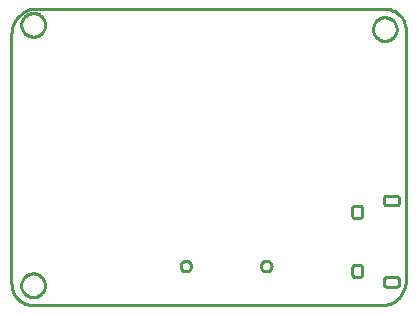
<source format=gbr>
G04 EAGLE Gerber RS-274X export*
G75*
%MOMM*%
%FSLAX34Y34*%
%LPD*%
%IN*%
%IPPOS*%
%AMOC8*
5,1,8,0,0,1.08239X$1,22.5*%
G01*
%ADD10C,0.254000*%


D10*
X73231Y437025D02*
X73289Y435441D01*
X73485Y433869D01*
X73817Y432320D01*
X74283Y430806D01*
X74879Y429338D01*
X75600Y427927D01*
X76442Y426585D01*
X77398Y425321D01*
X78460Y424146D01*
X79621Y423067D01*
X80871Y422094D01*
X82201Y421233D01*
X83601Y420492D01*
X85061Y419875D01*
X86569Y419388D01*
X88113Y419035D01*
X89682Y418817D01*
X91265Y418737D01*
X386921Y418737D01*
X388670Y418813D01*
X390405Y419042D01*
X392114Y419421D01*
X393784Y419947D01*
X395401Y420617D01*
X396954Y421425D01*
X398430Y422366D01*
X399819Y423431D01*
X401110Y424614D01*
X402292Y425905D01*
X403358Y427293D01*
X404298Y428770D01*
X405107Y430323D01*
X405777Y431940D01*
X406303Y433609D01*
X406682Y435318D01*
X406910Y437054D01*
X406987Y438803D01*
X406987Y651655D01*
X406907Y653237D01*
X406689Y654806D01*
X406335Y656351D01*
X405848Y657859D01*
X405232Y659318D01*
X404490Y660718D01*
X403630Y662049D01*
X402656Y663299D01*
X401578Y664459D01*
X400402Y665522D01*
X399138Y666477D01*
X397796Y667319D01*
X396386Y668041D01*
X394918Y668637D01*
X393404Y669103D01*
X391854Y669435D01*
X390282Y669631D01*
X388699Y669689D01*
X94821Y669689D01*
X92939Y669607D01*
X91072Y669361D01*
X89233Y668953D01*
X87437Y668387D01*
X85696Y667666D01*
X84026Y666796D01*
X82437Y665784D01*
X80943Y664638D01*
X79554Y663365D01*
X78282Y661977D01*
X77135Y660482D01*
X76123Y658894D01*
X75254Y657223D01*
X74533Y655483D01*
X73966Y653687D01*
X73559Y651848D01*
X73313Y649980D01*
X73231Y648099D01*
X73231Y437025D01*
X361749Y494558D02*
X361778Y494337D01*
X361826Y494118D01*
X361892Y493905D01*
X361977Y493698D01*
X362080Y493500D01*
X362199Y493311D01*
X362335Y493133D01*
X362485Y492968D01*
X362650Y492817D01*
X362827Y492680D01*
X363015Y492559D01*
X363213Y492456D01*
X363419Y492369D01*
X363632Y492302D01*
X363850Y492253D01*
X364071Y492223D01*
X364295Y492212D01*
X364518Y492222D01*
X367947Y492222D01*
X368146Y492230D01*
X368344Y492256D01*
X368539Y492299D01*
X368729Y492359D01*
X368913Y492436D01*
X369090Y492528D01*
X369258Y492635D01*
X369416Y492756D01*
X369563Y492891D01*
X369698Y493038D01*
X369820Y493196D01*
X369927Y493365D01*
X370019Y493541D01*
X370095Y493726D01*
X370155Y493916D01*
X370198Y494111D01*
X370224Y494308D01*
X370233Y494508D01*
X370233Y500654D01*
X370224Y500854D01*
X370198Y501051D01*
X370155Y501246D01*
X370095Y501436D01*
X370019Y501620D01*
X369927Y501797D01*
X369820Y501966D01*
X369698Y502124D01*
X369563Y502271D01*
X369416Y502406D01*
X369258Y502527D01*
X369090Y502634D01*
X368913Y502726D01*
X368729Y502802D01*
X368539Y502862D01*
X368344Y502906D01*
X368146Y502932D01*
X367947Y502940D01*
X364518Y502940D01*
X364299Y502954D01*
X364079Y502949D01*
X363861Y502924D01*
X363646Y502881D01*
X363436Y502819D01*
X363231Y502739D01*
X363035Y502641D01*
X362847Y502526D01*
X362671Y502396D01*
X362506Y502251D01*
X362355Y502092D01*
X362218Y501920D01*
X362096Y501738D01*
X361991Y501545D01*
X361904Y501344D01*
X361834Y501136D01*
X361782Y500922D01*
X361749Y500705D01*
X361749Y494558D01*
X361927Y444597D02*
X361936Y444397D01*
X361962Y444200D01*
X362005Y444005D01*
X362065Y443815D01*
X362141Y443630D01*
X362233Y443454D01*
X362341Y443285D01*
X362462Y443127D01*
X362597Y442980D01*
X362744Y442845D01*
X362902Y442724D01*
X363070Y442617D01*
X363247Y442525D01*
X363431Y442448D01*
X363621Y442388D01*
X363816Y442345D01*
X364014Y442319D01*
X364213Y442311D01*
X367642Y442311D01*
X367841Y442319D01*
X368039Y442345D01*
X368234Y442388D01*
X368424Y442448D01*
X368608Y442525D01*
X368785Y442617D01*
X368953Y442724D01*
X369112Y442845D01*
X369259Y442980D01*
X369393Y443127D01*
X369515Y443285D01*
X369622Y443454D01*
X369714Y443630D01*
X369790Y443815D01*
X369850Y444005D01*
X369893Y444200D01*
X369919Y444397D01*
X369928Y444597D01*
X369928Y450743D01*
X369919Y450943D01*
X369893Y451140D01*
X369850Y451335D01*
X369790Y451525D01*
X369714Y451709D01*
X369622Y451886D01*
X369515Y452055D01*
X369393Y452213D01*
X369259Y452360D01*
X369112Y452495D01*
X368953Y452616D01*
X368785Y452723D01*
X368608Y452815D01*
X368424Y452891D01*
X368234Y452951D01*
X368039Y452995D01*
X367841Y453021D01*
X367642Y453029D01*
X364213Y453029D01*
X364014Y453021D01*
X363816Y452995D01*
X363621Y452951D01*
X363431Y452891D01*
X363247Y452815D01*
X363070Y452723D01*
X362902Y452616D01*
X362744Y452495D01*
X362597Y452360D01*
X362462Y452213D01*
X362341Y452055D01*
X362233Y451886D01*
X362141Y451709D01*
X362065Y451525D01*
X362005Y451335D01*
X361962Y451140D01*
X361936Y450943D01*
X361927Y450743D01*
X361927Y444597D01*
X388445Y436646D02*
X388453Y436447D01*
X388479Y436249D01*
X388523Y436055D01*
X388583Y435865D01*
X388659Y435680D01*
X388751Y435503D01*
X388858Y435335D01*
X388980Y435177D01*
X389114Y435030D01*
X389261Y434895D01*
X389420Y434774D01*
X389588Y434667D01*
X389765Y434575D01*
X389949Y434498D01*
X390139Y434438D01*
X390334Y434395D01*
X390531Y434369D01*
X390731Y434360D01*
X399494Y434360D01*
X399693Y434369D01*
X399891Y434395D01*
X400085Y434438D01*
X400276Y434498D01*
X400460Y434575D01*
X400637Y434667D01*
X400805Y434774D01*
X400963Y434895D01*
X401110Y435030D01*
X401245Y435177D01*
X401366Y435335D01*
X401473Y435503D01*
X401566Y435680D01*
X401642Y435865D01*
X401702Y436055D01*
X401745Y436249D01*
X401771Y436447D01*
X401780Y436646D01*
X401780Y439694D01*
X401776Y439902D01*
X401755Y440108D01*
X401715Y440311D01*
X401658Y440510D01*
X401584Y440704D01*
X401493Y440890D01*
X401387Y441068D01*
X401265Y441236D01*
X401129Y441392D01*
X400980Y441536D01*
X400819Y441667D01*
X400647Y441783D01*
X400466Y441883D01*
X400277Y441968D01*
X400081Y442035D01*
X399880Y442086D01*
X399675Y442118D01*
X399468Y442133D01*
X390705Y442133D01*
X390501Y442116D01*
X390299Y442082D01*
X390100Y442030D01*
X389907Y441961D01*
X389721Y441875D01*
X389543Y441774D01*
X389374Y441657D01*
X389216Y441526D01*
X389070Y441382D01*
X388937Y441225D01*
X388819Y441058D01*
X388715Y440881D01*
X388627Y440696D01*
X388556Y440503D01*
X388502Y440305D01*
X388465Y440104D01*
X388446Y439899D01*
X388445Y439694D01*
X388445Y436646D01*
X388318Y505531D02*
X388326Y505332D01*
X388352Y505134D01*
X388396Y504940D01*
X388456Y504749D01*
X388532Y504565D01*
X388624Y504388D01*
X388731Y504220D01*
X388853Y504062D01*
X388987Y503915D01*
X389134Y503780D01*
X389293Y503659D01*
X389461Y503551D01*
X389638Y503459D01*
X389822Y503383D01*
X390012Y503323D01*
X390207Y503280D01*
X390404Y503254D01*
X390604Y503245D01*
X399392Y503245D01*
X399591Y503254D01*
X399789Y503280D01*
X399984Y503323D01*
X400174Y503383D01*
X400358Y503459D01*
X400535Y503551D01*
X400703Y503659D01*
X400862Y503780D01*
X401009Y503915D01*
X401143Y504062D01*
X401265Y504220D01*
X401372Y504388D01*
X401464Y504565D01*
X401540Y504749D01*
X401600Y504940D01*
X401643Y505134D01*
X401669Y505332D01*
X401678Y505531D01*
X401678Y508579D01*
X401684Y508792D01*
X401672Y509005D01*
X401641Y509216D01*
X401592Y509424D01*
X401525Y509626D01*
X401440Y509822D01*
X401339Y510010D01*
X401222Y510188D01*
X401090Y510355D01*
X400943Y510511D01*
X400784Y510652D01*
X400613Y510780D01*
X400431Y510892D01*
X400241Y510988D01*
X400043Y511066D01*
X399838Y511127D01*
X399629Y511171D01*
X399418Y511195D01*
X390629Y511195D01*
X390415Y511173D01*
X390204Y511131D01*
X389997Y511072D01*
X389796Y510995D01*
X389602Y510900D01*
X389418Y510789D01*
X389244Y510662D01*
X389081Y510521D01*
X388932Y510366D01*
X388796Y510199D01*
X388676Y510020D01*
X388572Y509831D01*
X388484Y509635D01*
X388414Y509431D01*
X388362Y509222D01*
X388329Y509009D01*
X388314Y508794D01*
X388318Y508579D01*
X388318Y505531D01*
X101669Y655417D02*
X101592Y654547D01*
X101441Y653687D01*
X101215Y652843D01*
X100916Y652023D01*
X100547Y651232D01*
X100111Y650475D01*
X99610Y649760D01*
X99048Y649091D01*
X98431Y648474D01*
X97762Y647912D01*
X97047Y647411D01*
X96290Y646975D01*
X95499Y646606D01*
X94679Y646307D01*
X93835Y646081D01*
X92975Y645930D01*
X92105Y645853D01*
X91232Y645853D01*
X90362Y645930D01*
X89502Y646081D01*
X88659Y646307D01*
X87838Y646606D01*
X87047Y646975D01*
X86290Y647411D01*
X85575Y647912D01*
X84906Y648474D01*
X84289Y649091D01*
X83727Y649760D01*
X83227Y650475D01*
X82790Y651232D01*
X82421Y652023D01*
X82122Y652843D01*
X81896Y653687D01*
X81745Y654547D01*
X81669Y655417D01*
X81669Y656290D01*
X81745Y657160D01*
X81896Y658020D01*
X82122Y658863D01*
X82421Y659684D01*
X82790Y660475D01*
X83227Y661232D01*
X83727Y661947D01*
X84289Y662616D01*
X84906Y663233D01*
X85575Y663795D01*
X86290Y664295D01*
X87047Y664732D01*
X87838Y665101D01*
X88659Y665400D01*
X89502Y665626D01*
X90362Y665777D01*
X91232Y665853D01*
X92105Y665853D01*
X92975Y665777D01*
X93835Y665626D01*
X94679Y665400D01*
X95499Y665101D01*
X96290Y664732D01*
X97047Y664295D01*
X97762Y663795D01*
X98431Y663233D01*
X99048Y662616D01*
X99610Y661947D01*
X100111Y661232D01*
X100547Y660475D01*
X100916Y659684D01*
X101215Y658863D01*
X101441Y658020D01*
X101592Y657160D01*
X101669Y656290D01*
X101669Y655417D01*
X399407Y651912D02*
X399331Y651042D01*
X399180Y650182D01*
X398954Y649338D01*
X398655Y648518D01*
X398286Y647726D01*
X397849Y646970D01*
X397349Y646255D01*
X396787Y645586D01*
X396170Y644968D01*
X395501Y644407D01*
X394786Y643906D01*
X394029Y643470D01*
X393238Y643101D01*
X392417Y642802D01*
X391574Y642576D01*
X390714Y642424D01*
X389844Y642348D01*
X388971Y642348D01*
X388101Y642424D01*
X387241Y642576D01*
X386397Y642802D01*
X385577Y643101D01*
X384786Y643470D01*
X384029Y643906D01*
X383314Y644407D01*
X382645Y644968D01*
X382028Y645586D01*
X381466Y646255D01*
X380965Y646970D01*
X380529Y647726D01*
X380160Y648518D01*
X379861Y649338D01*
X379635Y650182D01*
X379484Y651042D01*
X379407Y651912D01*
X379407Y652785D01*
X379484Y653655D01*
X379635Y654515D01*
X379861Y655358D01*
X380160Y656179D01*
X380529Y656970D01*
X380965Y657726D01*
X381466Y658442D01*
X382028Y659111D01*
X382645Y659728D01*
X383314Y660289D01*
X384029Y660790D01*
X384786Y661227D01*
X385577Y661596D01*
X386397Y661894D01*
X387241Y662120D01*
X388101Y662272D01*
X388971Y662348D01*
X389844Y662348D01*
X390714Y662272D01*
X391574Y662120D01*
X392417Y661894D01*
X393238Y661596D01*
X394029Y661227D01*
X394786Y660790D01*
X395501Y660289D01*
X396170Y659728D01*
X396787Y659111D01*
X397349Y658442D01*
X397849Y657726D01*
X398286Y656970D01*
X398655Y656179D01*
X398954Y655358D01*
X399180Y654515D01*
X399331Y653655D01*
X399407Y652785D01*
X399407Y651912D01*
X101516Y435046D02*
X101440Y434177D01*
X101288Y433317D01*
X101062Y432473D01*
X100764Y431653D01*
X100395Y430861D01*
X99958Y430105D01*
X99457Y429390D01*
X98896Y428721D01*
X98279Y428103D01*
X97610Y427542D01*
X96894Y427041D01*
X96138Y426604D01*
X95347Y426235D01*
X94526Y425937D01*
X93683Y425711D01*
X92823Y425559D01*
X91953Y425483D01*
X91080Y425483D01*
X90210Y425559D01*
X89350Y425711D01*
X88506Y425937D01*
X87686Y426235D01*
X86894Y426604D01*
X86138Y427041D01*
X85423Y427542D01*
X84754Y428103D01*
X84136Y428721D01*
X83575Y429390D01*
X83074Y430105D01*
X82638Y430861D01*
X82269Y431653D01*
X81970Y432473D01*
X81744Y433317D01*
X81592Y434177D01*
X81516Y435046D01*
X81516Y435920D01*
X81592Y436790D01*
X81744Y437649D01*
X81970Y438493D01*
X82269Y439313D01*
X82638Y440105D01*
X83074Y440861D01*
X83575Y441576D01*
X84136Y442245D01*
X84754Y442863D01*
X85423Y443424D01*
X86138Y443925D01*
X86894Y444362D01*
X87686Y444731D01*
X88506Y445029D01*
X89350Y445255D01*
X90210Y445407D01*
X91080Y445483D01*
X91953Y445483D01*
X92823Y445407D01*
X93683Y445255D01*
X94526Y445029D01*
X95347Y444731D01*
X96138Y444362D01*
X96894Y443925D01*
X97610Y443424D01*
X98279Y442863D01*
X98896Y442245D01*
X99457Y441576D01*
X99958Y440861D01*
X100395Y440105D01*
X100764Y439313D01*
X101062Y438493D01*
X101288Y437649D01*
X101440Y436790D01*
X101516Y435920D01*
X101516Y435046D01*
X293458Y451370D02*
X293381Y450786D01*
X293228Y450216D01*
X293002Y449671D01*
X292707Y449160D01*
X292348Y448692D01*
X291931Y448275D01*
X291463Y447916D01*
X290952Y447621D01*
X290407Y447395D01*
X289837Y447242D01*
X289253Y447165D01*
X288663Y447165D01*
X288078Y447242D01*
X287508Y447395D01*
X286963Y447621D01*
X286452Y447916D01*
X285984Y448275D01*
X285567Y448692D01*
X285208Y449160D01*
X284913Y449671D01*
X284687Y450216D01*
X284535Y450786D01*
X284458Y451370D01*
X284458Y451960D01*
X284535Y452545D01*
X284687Y453115D01*
X284913Y453660D01*
X285208Y454171D01*
X285567Y454639D01*
X285984Y455056D01*
X286452Y455415D01*
X286963Y455710D01*
X287508Y455936D01*
X288078Y456088D01*
X288663Y456165D01*
X289253Y456165D01*
X289837Y456088D01*
X290407Y455936D01*
X290952Y455710D01*
X291463Y455415D01*
X291931Y455056D01*
X292348Y454639D01*
X292707Y454171D01*
X293002Y453660D01*
X293228Y453115D01*
X293381Y452545D01*
X293458Y451960D01*
X293458Y451370D01*
X225458Y451370D02*
X225381Y450786D01*
X225228Y450216D01*
X225002Y449671D01*
X224707Y449160D01*
X224348Y448692D01*
X223931Y448275D01*
X223463Y447916D01*
X222952Y447621D01*
X222407Y447395D01*
X221837Y447242D01*
X221253Y447165D01*
X220663Y447165D01*
X220078Y447242D01*
X219508Y447395D01*
X218963Y447621D01*
X218452Y447916D01*
X217984Y448275D01*
X217567Y448692D01*
X217208Y449160D01*
X216913Y449671D01*
X216687Y450216D01*
X216535Y450786D01*
X216458Y451370D01*
X216458Y451960D01*
X216535Y452545D01*
X216687Y453115D01*
X216913Y453660D01*
X217208Y454171D01*
X217567Y454639D01*
X217984Y455056D01*
X218452Y455415D01*
X218963Y455710D01*
X219508Y455936D01*
X220078Y456088D01*
X220663Y456165D01*
X221253Y456165D01*
X221837Y456088D01*
X222407Y455936D01*
X222952Y455710D01*
X223463Y455415D01*
X223931Y455056D01*
X224348Y454639D01*
X224707Y454171D01*
X225002Y453660D01*
X225228Y453115D01*
X225381Y452545D01*
X225458Y451960D01*
X225458Y451370D01*
M02*

</source>
